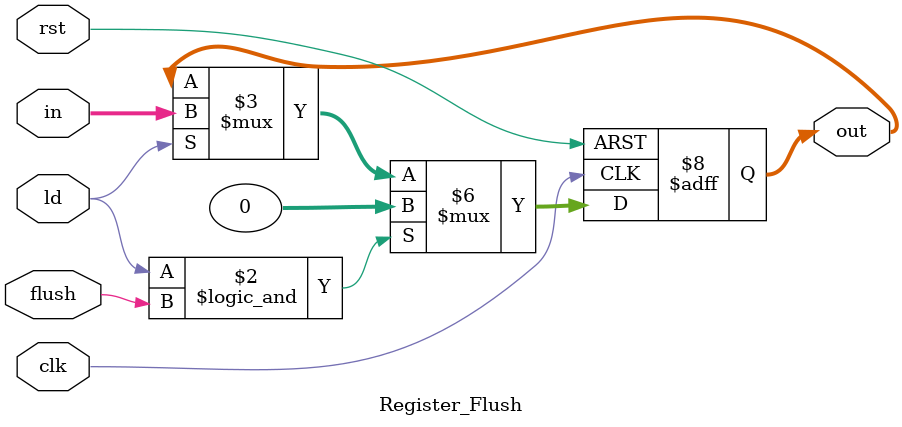
<source format=v>
module Register_Flush(clk, 
                      rst, 
                      flush, 
                      ld, 
                      in, 
                      out);

	parameter WORD_LENGTH = 32;
	
	input clk, 
	      flush, 
	      rst, 
	      ld;
	input[WORD_LENGTH - 1:0] in;
	output reg[WORD_LENGTH - 1:0] out;
 
	always@(posedge clk, posedge rst) begin
		if (rst) out <= 0;
		else if (ld && flush) out <= 0;
		else if (ld) out <= in;
	end
	
endmodule
</source>
